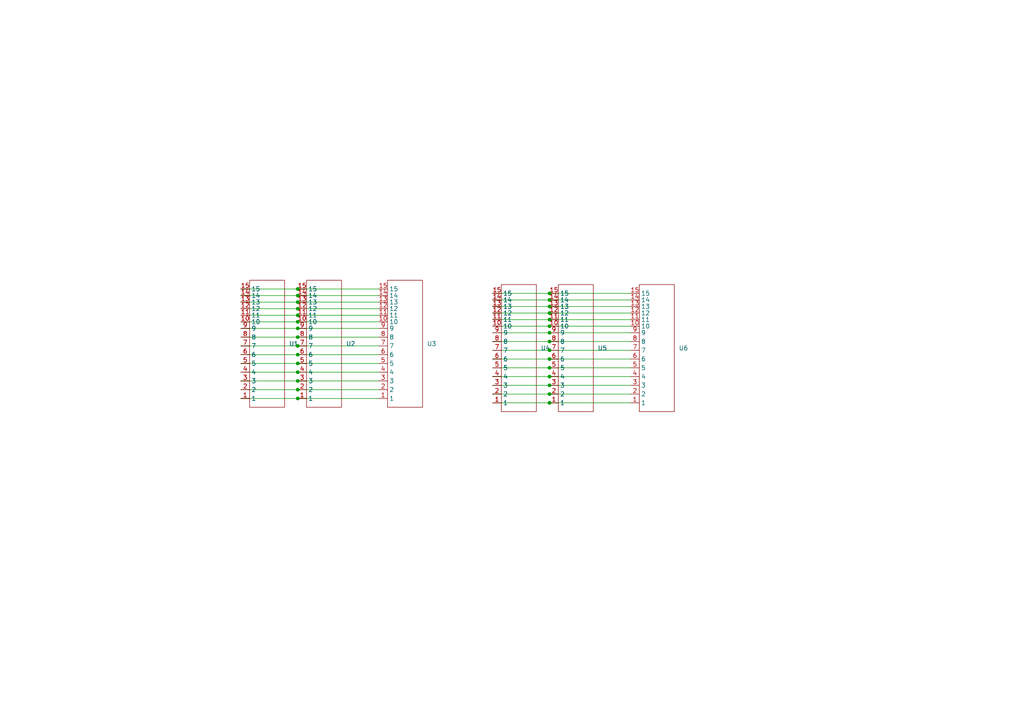
<source format=kicad_sch>
(kicad_sch (version 20211123) (generator eeschema)
  (paper "A4")
  (lib_symbols
    (symbol "IRTouch:15POS_INTERFACE"
      (property "Reference" "U" (at 5.08 8.89 0))
      (symbol "15POS_INTERFACE_0_1"
        (polyline (pts (xy 0 -2.54) (xy 0 34.29) (xy 10.16 34.29) (xy 10.16 -2.54) (xy 0 -2.54)))
      )
      (symbol "15POS_INTERFACE_1_1"
        (pin input line (at -2.54 0 0) (length 2.54) (name "1") (number "1"))
        (pin input line (at -2.54 22.225 0) (length 2.54) (name "10") (number "10"))
        (pin input line (at -2.54 24.13 0) (length 2.54) (name "11") (number "11"))
        (pin input line (at -2.54 26.035 0) (length 2.54) (name "12") (number "12"))
        (pin input line (at -2.54 27.94 0) (length 2.54) (name "13") (number "13"))
        (pin input line (at -2.54 29.845 0) (length 2.54) (name "14") (number "14"))
        (pin input line (at -2.54 31.75 0) (length 2.54) (name "15") (number "15"))
        (pin input line (at -2.54 2.54 0) (length 2.54) (name "2") (number "2"))
        (pin input line (at -2.54 5.08 0) (length 2.54) (name "3") (number "3"))
        (pin input line (at -2.54 7.62 0) (length 2.54) (name "4") (number "4"))
        (pin input line (at -2.54 10.16 0) (length 2.54) (name "5") (number "5"))
        (pin input line (at -2.54 12.7 0) (length 2.54) (name "6") (number "6"))
        (pin input line (at -2.54 15.24 0) (length 2.54) (name "7") (number "7"))
        (pin input line (at -2.54 17.78 0) (length 2.54) (name "8") (number "8"))
        (pin input line (at -2.54 20.32 0) (length 2.54) (name "9") (number "9"))
      )
    )
  )
  (junction (at 159.385 106.68))
  (junction (at 86.36 89.535))
  (junction (at 159.385 96.52))
  (junction (at 159.385 88.9))
  (junction (at 86.36 91.44))
  (junction (at 159.385 111.76))
  (junction (at 159.385 94.615))
  (junction (at 86.36 93.345))
  (junction (at 159.385 109.22))
  (junction (at 159.385 101.6))
  (junction (at 86.36 113.03))
  (junction (at 159.385 104.14))
  (junction (at 159.385 92.71))
  (junction (at 86.36 110.49))
  (junction (at 86.36 100.33))
  (junction (at 86.36 83.82))
  (junction (at 86.36 97.79))
  (junction (at 159.385 114.3))
  (junction (at 86.36 85.725))
  (junction (at 86.36 115.57))
  (junction (at 159.385 86.995))
  (junction (at 159.385 116.84))
  (junction (at 86.36 107.95))
  (junction (at 159.385 85.09))
  (junction (at 159.385 90.805))
  (junction (at 159.385 99.06))
  (junction (at 86.36 102.87))
  (junction (at 86.36 95.25))
  (junction (at 86.36 87.63))
  (junction (at 86.36 105.41))
  (wire (pts (xy 182.88 101.6) (xy 159.385 101.6)))
  (wire (pts (xy 109.855 93.345) (xy 86.36 93.345)))
  (wire (pts (xy 109.855 95.25) (xy 86.36 95.25)))
  (wire (pts (xy 182.88 106.68) (xy 159.385 106.68)))
  (wire (pts (xy 159.385 111.76) (xy 142.875 111.76)))
  (wire (pts (xy 182.88 86.995) (xy 159.385 86.995)))
  (wire (pts (xy 182.88 90.805) (xy 159.385 90.805)))
  (wire (pts (xy 159.385 90.805) (xy 142.875 90.805)))
  (wire (pts (xy 86.36 93.345) (xy 69.85 93.345)))
  (wire (pts (xy 109.855 89.535) (xy 86.36 89.535)))
  (wire (pts (xy 86.36 107.95) (xy 69.85 107.95)))
  (wire (pts (xy 109.855 97.79) (xy 86.36 97.79)))
  (wire (pts (xy 182.88 114.3) (xy 159.385 114.3)))
  (wire (pts (xy 182.88 92.71) (xy 159.385 92.71)))
  (wire (pts (xy 159.385 109.22) (xy 142.875 109.22)))
  (wire (pts (xy 86.36 113.03) (xy 69.85 113.03)))
  (wire (pts (xy 86.36 97.79) (xy 69.85 97.79)))
  (wire (pts (xy 86.36 100.33) (xy 69.85 100.33)))
  (wire (pts (xy 159.385 86.995) (xy 142.875 86.995)))
  (wire (pts (xy 109.855 107.95) (xy 86.36 107.95)))
  (wire (pts (xy 86.36 110.49) (xy 69.85 110.49)))
  (wire (pts (xy 109.855 100.33) (xy 86.36 100.33)))
  (wire (pts (xy 159.385 101.6) (xy 142.875 101.6)))
  (wire (pts (xy 182.88 111.76) (xy 159.385 111.76)))
  (wire (pts (xy 159.385 114.3) (xy 142.875 114.3)))
  (wire (pts (xy 86.36 95.25) (xy 69.85 95.25)))
  (wire (pts (xy 109.855 105.41) (xy 86.36 105.41)))
  (wire (pts (xy 182.88 109.22) (xy 159.385 109.22)))
  (wire (pts (xy 159.385 94.615) (xy 142.875 94.615)))
  (wire (pts (xy 86.36 105.41) (xy 69.85 105.41)))
  (wire (pts (xy 182.88 96.52) (xy 159.385 96.52)))
  (wire (pts (xy 86.36 87.63) (xy 69.85 87.63)))
  (wire (pts (xy 159.385 116.84) (xy 142.875 116.84)))
  (wire (pts (xy 182.88 88.9) (xy 159.385 88.9)))
  (wire (pts (xy 182.88 116.84) (xy 159.385 116.84)))
  (wire (pts (xy 159.385 106.68) (xy 142.875 106.68)))
  (wire (pts (xy 159.385 99.06) (xy 142.875 99.06)))
  (wire (pts (xy 86.36 115.57) (xy 69.85 115.57)))
  (wire (pts (xy 86.36 89.535) (xy 69.85 89.535)))
  (wire (pts (xy 109.855 113.03) (xy 86.36 113.03)))
  (wire (pts (xy 86.36 85.725) (xy 69.85 85.725)))
  (wire (pts (xy 109.855 83.82) (xy 86.36 83.82)))
  (wire (pts (xy 182.88 94.615) (xy 159.385 94.615)))
  (wire (pts (xy 159.385 88.9) (xy 142.875 88.9)))
  (wire (pts (xy 109.855 115.57) (xy 86.36 115.57)))
  (wire (pts (xy 86.36 102.87) (xy 69.85 102.87)))
  (wire (pts (xy 109.855 102.87) (xy 86.36 102.87)))
  (wire (pts (xy 159.385 92.71) (xy 142.875 92.71)))
  (wire (pts (xy 109.855 87.63) (xy 86.36 87.63)))
  (wire (pts (xy 159.385 96.52) (xy 142.875 96.52)))
  (wire (pts (xy 86.36 91.44) (xy 69.85 91.44)))
  (wire (pts (xy 159.385 85.09) (xy 142.875 85.09)))
  (wire (pts (xy 109.855 110.49) (xy 86.36 110.49)))
  (wire (pts (xy 109.855 91.44) (xy 86.36 91.44)))
  (wire (pts (xy 182.88 85.09) (xy 159.385 85.09)))
  (wire (pts (xy 86.36 83.82) (xy 69.85 83.82)))
  (wire (pts (xy 182.88 104.14) (xy 159.385 104.14)))
  (wire (pts (xy 109.855 85.725) (xy 86.36 85.725)))
  (wire (pts (xy 159.385 104.14) (xy 142.875 104.14)))
  (wire (pts (xy 182.88 99.06) (xy 159.385 99.06)))
  (symbol (lib_id "IRTouch:15POS_INTERFACE") (at 185.42 116.84 0) (unit 1)
    (property "Reference" "U6" (at 196.85 100.9649 0) (effects (justify left)))
    (property "Value" "15POS_INTERFACE" (effects hide))
    (property "Footprint" "IRTouch:15POS_INTERFACE" (effects hide))
  )
  (symbol (lib_id "IRTouch:15POS_INTERFACE") (at 112.395 115.57 0) (unit 1)
    (property "Reference" "U3" (at 123.825 99.6949 0) (effects (justify left)))
    (property "Value" "15POS_INTERFACE" (effects hide))
    (property "Footprint" "IRTouch:15POS_INTERFACE" (effects hide))
  )
  (symbol (lib_id "IRTouch:15POS_INTERFACE") (at 88.9 115.57 0) (unit 1)
    (property "Reference" "U2" (at 100.33 99.6949 0) (effects (justify left)))
    (property "Value" "15POS_INTERFACE" (effects hide))
    (property "Footprint" "IRTouch:15POS_INTERFACE" (effects hide))
  )
  (symbol (lib_id "IRTouch:15POS_INTERFACE") (at 72.39 115.57 0) (unit 1)
    (property "Reference" "U1" (at 83.82 99.6949 0) (effects (justify left)))
    (property "Value" "15POS_INTERFACE" (effects hide))
    (property "Footprint" "IRTouch:15POS_INTERFACE" (effects hide))
  )
  (symbol (lib_id "IRTouch:15POS_INTERFACE") (at 161.925 116.84 0) (unit 1)
    (property "Reference" "U5" (at 173.355 100.9649 0) (effects (justify left)))
    (property "Value" "15POS_INTERFACE" (effects hide))
    (property "Footprint" "IRTouch:15POS_INTERFACE" (effects hide))
  )
  (symbol (lib_id "IRTouch:15POS_INTERFACE") (at 145.415 116.84 0) (unit 1)
    (property "Reference" "U4" (at 156.845 100.9649 0) (effects (justify left)))
    (property "Value" "15POS_INTERFACE" (effects hide))
    (property "Footprint" "IRTouch:15POS_INTERFACE" (effects hide))
  )
)
</source>
